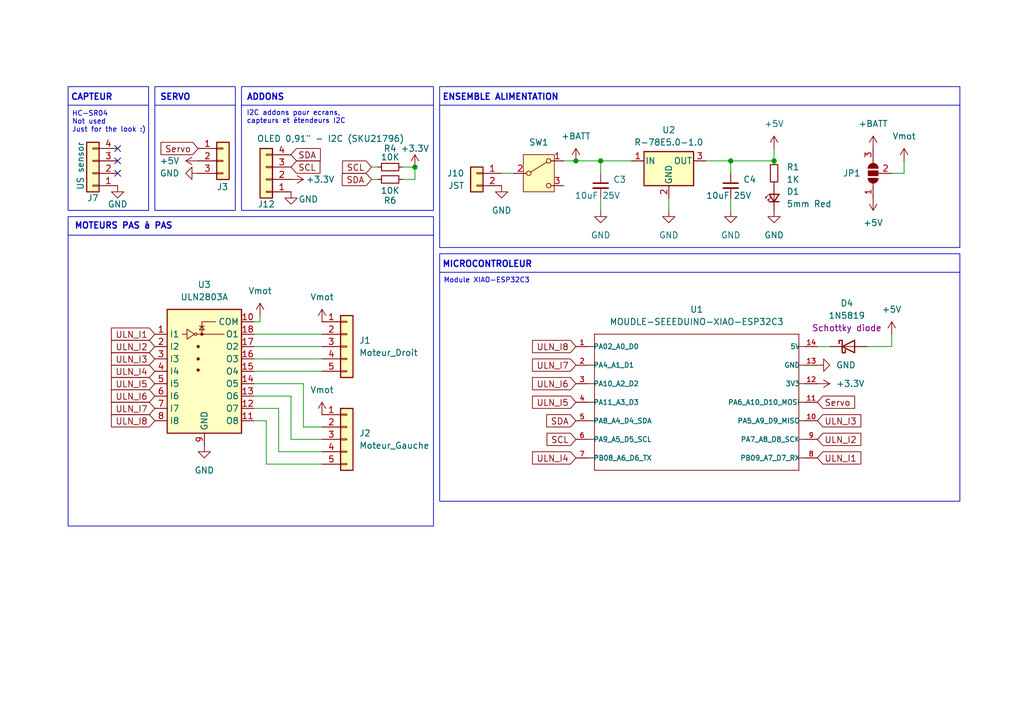
<source format=kicad_sch>
(kicad_sch (version 20250114) (generator "eeschema") (generator_version "9.0")
  (paper "A5")
  (title_block (title "PCB Otto Mks") (date "2025-01-21") (rev "1.0") (company "UniLaSalle Amiens - MakerSpace") (comment 1 "Adrien BRACQ - Remi LACOMBE") (comment 2 "https://makerspace-amiens.fr/otto-mks") (comment 3 "https://github.com/Makerspace-Amiens/otto-mks"))
  (lib_symbols
    (symbol "Connector_Generic:Conn_01x02" (pin_names (offset 1.016) (hide yes))
      (property "Reference" "J" (at 0 2.54 0))
      (property "Value" "Conn_01x02" (at 0 -5.08 0))
      (symbol "Conn_01x02_1_1"
        (rectangle (start -1.27 1.27) (end 1.27 -3.81) (stroke (width 0.254)) (fill (type background)))
        (rectangle (start -1.27 0.127) (end 0 -0.127) (stroke (width 0.1524)))
        (rectangle (start -1.27 -2.413) (end 0 -2.667) (stroke (width 0.1524)))
        (pin passive line (at -5.08 0 0) (length 3.81) (name "Pin_1") (number "1"))
        (pin passive line (at -5.08 -2.54 0) (length 3.81) (name "Pin_2") (number "2"))
      )
    )
    (symbol "Connector_Generic:Conn_01x03" (pin_names (offset 1.016) (hide yes))
      (property "Reference" "J" (at 0 5.08 0))
      (property "Value" "Conn_01x03" (at 0 -5.08 0))
      (symbol "Conn_01x03_1_1"
        (rectangle (start -1.27 3.81) (end 1.27 -3.81) (stroke (width 0.254)) (fill (type background)))
        (rectangle (start -1.27 2.667) (end 0 2.413) (stroke (width 0.1524)))
        (rectangle (start -1.27 0.127) (end 0 -0.127) (stroke (width 0.1524)))
        (rectangle (start -1.27 -2.413) (end 0 -2.667) (stroke (width 0.1524)))
        (pin passive line (at -5.08 2.54 0) (length 3.81) (name "Pin_1") (number "1"))
        (pin passive line (at -5.08 0 0) (length 3.81) (name "Pin_2") (number "2"))
        (pin passive line (at -5.08 -2.54 0) (length 3.81) (name "Pin_3") (number "3"))
      )
    )
    (symbol "Connector_Generic:Conn_01x04" (pin_names (offset 1.016) (hide yes))
      (property "Reference" "J" (at 0 5.08 0))
      (property "Value" "Conn_01x04" (at 0 -7.62 0))
      (symbol "Conn_01x04_1_1"
        (rectangle (start -1.27 3.81) (end 1.27 -6.35) (stroke (width 0.254)) (fill (type background)))
        (rectangle (start -1.27 2.667) (end 0 2.413) (stroke (width 0.1524)))
        (rectangle (start -1.27 0.127) (end 0 -0.127) (stroke (width 0.1524)))
        (rectangle (start -1.27 -2.413) (end 0 -2.667) (stroke (width 0.1524)))
        (rectangle (start -1.27 -4.953) (end 0 -5.207) (stroke (width 0.1524)))
        (pin passive line (at -5.08 2.54 0) (length 3.81) (name "Pin_1") (number "1"))
        (pin passive line (at -5.08 0 0) (length 3.81) (name "Pin_2") (number "2"))
        (pin passive line (at -5.08 -2.54 0) (length 3.81) (name "Pin_3") (number "3"))
        (pin passive line (at -5.08 -5.08 0) (length 3.81) (name "Pin_4") (number "4"))
      )
    )
    (symbol "Connector_Generic:Conn_01x05" (pin_names (offset 1.016) (hide yes))
      (property "Reference" "J" (at 0 7.62 0))
      (property "Value" "Conn_01x05" (at 0 -7.62 0))
      (symbol "Conn_01x05_1_1"
        (rectangle (start -1.27 6.35) (end 1.27 -6.35) (stroke (width 0.254)) (fill (type background)))
        (rectangle (start -1.27 5.207) (end 0 4.953) (stroke (width 0.1524)))
        (rectangle (start -1.27 2.667) (end 0 2.413) (stroke (width 0.1524)))
        (rectangle (start -1.27 0.127) (end 0 -0.127) (stroke (width 0.1524)))
        (rectangle (start -1.27 -2.413) (end 0 -2.667) (stroke (width 0.1524)))
        (rectangle (start -1.27 -4.953) (end 0 -5.207) (stroke (width 0.1524)))
        (pin passive line (at -5.08 5.08 0) (length 3.81) (name "Pin_1") (number "1"))
        (pin passive line (at -5.08 2.54 0) (length 3.81) (name "Pin_2") (number "2"))
        (pin passive line (at -5.08 0 0) (length 3.81) (name "Pin_3") (number "3"))
        (pin passive line (at -5.08 -2.54 0) (length 3.81) (name "Pin_4") (number "4"))
        (pin passive line (at -5.08 -5.08 0) (length 3.81) (name "Pin_5") (number "5"))
      )
    )
    (symbol "Device:C_Small" (pin_numbers (hide yes)) (pin_names (offset 0.254) (hide yes))
      (property "Reference" "C" (at 0.254 1.778 0))
      (property "Value" "C_Small" (at 0.254 -2.032 0))
      (symbol "C_Small_0_1"
        (polyline (pts (xy -1.524 0.508) (xy 1.524 0.508)) (stroke (width 0.3048)))
        (polyline (pts (xy -1.524 -0.508) (xy 1.524 -0.508)) (stroke (width 0.3302)))
      )
      (symbol "C_Small_1_1"
        (pin passive line (at 0 2.54 270) (length 2.032) (name "~") (number "1"))
        (pin passive line (at 0 -2.54 90) (length 2.032) (name "~") (number "2"))
      )
    )
    (symbol "Device:D_Schottky" (pin_numbers (hide yes)) (pin_names (offset 1.016) (hide yes))
      (property "Reference" "D" (at 0 2.54 0))
      (property "Value" "D_Schottky" (at 0 -2.54 0))
      (symbol "D_Schottky_0_1"
        (polyline (pts (xy -1.905 0.635) (xy -1.905 1.27) (xy -1.27 1.27) (xy -1.27 -1.27) (xy -0.635 -1.27) (xy -0.635 -0.635)) (stroke (width 0.254)))
        (polyline (pts (xy 1.27 1.27) (xy 1.27 -1.27) (xy -1.27 0) (xy 1.27 1.27)) (stroke (width 0.254)))
        (polyline (pts (xy 1.27 0) (xy -1.27 0)))
      )
      (symbol "D_Schottky_1_1"
        (pin passive line (at -3.81 0 0) (length 2.54) (name "K") (number "1"))
        (pin passive line (at 3.81 0 180) (length 2.54) (name "A") (number "2"))
      )
    )
    (symbol "Device:LED_Small" (pin_numbers (hide yes)) (pin_names (offset 0.254) (hide yes))
      (property "Reference" "D" (at -1.27 3.175 0))
      (property "Value" "LED_Small" (at -4.445 -2.54 0))
      (symbol "LED_Small_0_1"
        (polyline (pts (xy -0.762 -1.016) (xy -0.762 1.016)) (stroke (width 0.254)))
        (polyline (pts (xy 0 0.762) (xy -0.508 1.27) (xy -0.254 1.27) (xy -0.508 1.27) (xy -0.508 1.016)))
        (polyline (pts (xy 0.508 1.27) (xy 0 1.778) (xy 0.254 1.778) (xy 0 1.778) (xy 0 1.524)))
        (polyline (pts (xy 0.762 -1.016) (xy -0.762 0) (xy 0.762 1.016) (xy 0.762 -1.016)) (stroke (width 0.254)))
        (polyline (pts (xy 1.016 0) (xy -0.762 0)))
      )
      (symbol "LED_Small_1_1"
        (pin passive line (at -2.54 0 0) (length 1.778) (name "K") (number "1"))
        (pin passive line (at 2.54 0 180) (length 1.778) (name "A") (number "2"))
      )
    )
    (symbol "Device:R_Small" (pin_numbers (hide yes)) (pin_names (offset 0.254) (hide yes))
      (property "Reference" "R" (at 0.762 0.508 0))
      (property "Value" "R_Small" (at 0.762 -1.016 0))
      (symbol "R_Small_0_1"
        (rectangle (start -0.762 1.778) (end 0.762 -1.778) (stroke (width 0.2032)))
      )
      (symbol "R_Small_1_1"
        (pin passive line (at 0 2.54 270) (length 0.762) (name "~") (number "1"))
        (pin passive line (at 0 -2.54 90) (length 0.762) (name "~") (number "2"))
      )
    )
    (symbol "Jumper:SolderJumper_3_Open" (pin_names (offset 0) (hide yes)) (in_bom no)
      (property "Reference" "JP" (at -2.54 -2.54 0))
      (property "Value" "SolderJumper_3_Open" (at 0 2.794 0))
      (symbol "SolderJumper_3_Open_0_1"
        (polyline (pts (xy -2.54 0) (xy -2.032 0)))
        (polyline (pts (xy -1.016 1.016) (xy -1.016 -1.016)))
        (arc (start -1.016 -1.016) (mid -2.0276 0) (end -1.016 1.016))
        (arc (start -1.016 -1.016) (mid -2.0276 0) (end -1.016 1.016) (fill (type outline)))
        (rectangle (start -0.508 1.016) (end 0.508 -1.016) (fill (type outline)))
        (polyline (pts (xy 0 -1.27) (xy 0 -1.016)))
        (arc (start 1.016 1.016) (mid 2.0276 0) (end 1.016 -1.016))
        (arc (start 1.016 1.016) (mid 2.0276 0) (end 1.016 -1.016) (fill (type outline)))
        (polyline (pts (xy 1.016 1.016) (xy 1.016 -1.016)))
        (polyline (pts (xy 2.54 0) (xy 2.032 0)))
      )
      (symbol "SolderJumper_3_Open_1_1"
        (pin passive line (at -5.08 0 0) (length 2.54) (name "A") (number "1"))
        (pin passive line (at 0 -3.81 90) (length 2.54) (name "C") (number "2"))
        (pin passive line (at 5.08 0 180) (length 2.54) (name "B") (number "3"))
      )
    )
    (symbol "MOUDLE-SEEEDUINO-XIAO-ESP32C3:MOUDLE-SEEEDUINO-XIAO-ESP32C3" (pin_names (offset 1.016))
      (property "Reference" "U" (at -21.59 15.24 0))
      (property "Value" "MOUDLE-SEEEDUINO-XIAO-ESP32C3" (at -21.59 13.97 0))
      (symbol "MOUDLE-SEEEDUINO-XIAO-ESP32C3_0_0"
        (polyline (pts (xy -21.59 13.97) (xy 20.32 13.97)) (stroke (width 0.1524)))
        (polyline (pts (xy -21.59 11.43) (xy -22.86 11.43)) (stroke (width 0.1524)))
        (polyline (pts (xy -21.59 11.43) (xy -21.59 13.97)) (stroke (width 0.1524)))
        (polyline (pts (xy -21.59 7.62) (xy -22.86 7.62)) (stroke (width 0.1524)))
        (polyline (pts (xy -21.59 7.62) (xy -21.59 11.43)) (stroke (width 0.1524)))
        (polyline (pts (xy -21.59 3.81) (xy -22.86 3.81)) (stroke (width 0.1524)))
        (polyline (pts (xy -21.59 3.81) (xy -21.59 7.62)) (stroke (width 0.1524)))
        (polyline (pts (xy -21.59 0) (xy -22.86 0)) (stroke (width 0.1524)))
        (polyline (pts (xy -21.59 0) (xy -21.59 3.81)) (stroke (width 0.1524)))
        (polyline (pts (xy -21.59 -3.81) (xy -22.86 -3.81)) (stroke (width 0.1524)))
        (polyline (pts (xy -21.59 -7.62) (xy -22.86 -7.62)) (stroke (width 0.1524)))
        (polyline (pts (xy -21.59 -11.43) (xy -22.86 -11.43)) (stroke (width 0.1524)))
        (polyline (pts (xy -21.59 -13.97) (xy -21.59 0)) (stroke (width 0.1524)))
        (polyline (pts (xy 20.32 13.97) (xy 20.32 11.43)) (stroke (width 0.1524)))
        (polyline (pts (xy 20.32 11.43) (xy 20.32 7.62)) (stroke (width 0.1524)))
        (polyline (pts (xy 20.32 7.62) (xy 20.32 3.81)) (stroke (width 0.1524)))
        (polyline (pts (xy 20.32 3.81) (xy 20.32 -13.97)) (stroke (width 0.1524)))
        (polyline (pts (xy 20.32 -13.97) (xy -21.59 -13.97)) (stroke (width 0.1524)))
        (polyline (pts (xy 21.59 11.43) (xy 20.32 11.43)) (stroke (width 0.1524)))
        (polyline (pts (xy 21.59 7.62) (xy 20.32 7.62)) (stroke (width 0.1524)))
        (polyline (pts (xy 21.59 3.81) (xy 20.32 3.81)) (stroke (width 0.1524)))
        (polyline (pts (xy 21.59 0) (xy 20.32 0)) (stroke (width 0.1524)))
        (polyline (pts (xy 21.59 -3.81) (xy 20.32 -3.81)) (stroke (width 0.1524)))
        (polyline (pts (xy 21.59 -7.62) (xy 20.32 -7.62)) (stroke (width 0.1524)))
        (polyline (pts (xy 21.59 -11.43) (xy 20.32 -11.43)) (stroke (width 0.1524)))
        (pin bidirectional line (at -25.4 11.43 0) (length 2.54) (name "PA02_A0_D0") (number "1"))
        (pin bidirectional line (at -25.4 7.62 0) (length 2.54) (name "PA4_A1_D1") (number "2"))
        (pin bidirectional line (at -25.4 3.81 0) (length 2.54) (name "PA10_A2_D2") (number "3"))
        (pin bidirectional line (at -25.4 0 0) (length 2.54) (name "PA11_A3_D3") (number "4"))
        (pin bidirectional line (at -25.4 -3.81 0) (length 2.54) (name "PA8_A4_D4_SDA") (number "5"))
        (pin bidirectional line (at -25.4 -7.62 0) (length 2.54) (name "PA9_A5_D5_SCL") (number "6"))
        (pin bidirectional line (at -25.4 -11.43 0) (length 2.54) (name "PB08_A6_D6_TX") (number "7"))
        (pin bidirectional line (at 24.13 11.43 180) (length 2.54) (name "5V") (number "14"))
        (pin bidirectional line (at 24.13 7.62 180) (length 2.54) (name "GND") (number "13"))
        (pin bidirectional line (at 24.13 3.81 180) (length 2.54) (name "3V3") (number "12"))
        (pin bidirectional line (at 24.13 0 180) (length 2.54) (name "PA6_A10_D10_MOSI") (number "11"))
        (pin bidirectional line (at 24.13 -3.81 180) (length 2.54) (name "PA5_A9_D9_MISO") (number "10"))
        (pin bidirectional line (at 24.13 -7.62 180) (length 2.54) (name "PA7_A8_D8_SCK") (number "9"))
        (pin bidirectional line (at 24.13 -11.43 180) (length 2.54) (name "PB09_A7_D7_RX") (number "8"))
      )
    )
    (symbol "Regulator_Switching:R-78E5.0-1.0" (pin_names (offset 0.254))
      (property "Reference" "U" (at -3.81 3.175 0))
      (property "Value" "R-78E5.0-1.0" (at 0 3.175 0))
      (symbol "R-78E5.0-1.0_0_1"
        (rectangle (start -5.08 1.905) (end 5.08 -5.08) (stroke (width 0.254)) (fill (type background)))
      )
      (symbol "R-78E5.0-1.0_1_1"
        (pin power_in line (at -7.62 0 0) (length 2.54) (name "IN") (number "1"))
        (pin power_in line (at 0 -7.62 90) (length 2.54) (name "GND") (number "2"))
        (pin power_out line (at 7.62 0 180) (length 2.54) (name "OUT") (number "3"))
      )
    )
    (symbol "Switch:SW_SPDT" (pin_names (offset 0) (hide yes))
      (property "Reference" "SW" (at 0 5.08 0))
      (property "Value" "SW_SPDT" (at 0 -5.08 0))
      (symbol "SW_SPDT_0_1"
        (circle (center -2.032 0) (radius 0.4572))
        (polyline (pts (xy -1.651 0.254) (xy 1.651 2.286)))
        (circle (center 2.032 2.54) (radius 0.4572))
        (circle (center 2.032 -2.54) (radius 0.4572))
      )
      (symbol "SW_SPDT_1_1"
        (rectangle (start -3.175 3.81) (end 3.175 -3.81) (fill (type background)))
        (pin passive line (at -5.08 0 0) (length 2.54) (name "B") (number "2"))
        (pin passive line (at 5.08 2.54 180) (length 2.54) (name "A") (number "1"))
        (pin passive line (at 5.08 -2.54 180) (length 2.54) (name "C") (number "3"))
      )
    )
    (symbol "Transistor_Array:ULN2803A"
      (property "Reference" "U" (at 0 13.335 0))
      (property "Value" "ULN2803A" (at 0 11.43 0))
      (symbol "ULN2803A_0_1"
        (rectangle (start -7.62 -15.24) (end 7.62 10.16) (stroke (width 0.254)) (fill (type background)))
        (polyline (pts (xy -4.572 5.08) (xy -3.556 5.08)))
        (polyline (pts (xy -3.556 6.096) (xy -3.556 4.064) (xy -2.032 5.08) (xy -3.556 6.096)))
        (circle (center -1.778 5.08) (radius 0.254))
        (polyline (pts (xy -1.524 5.08) (xy 4.064 5.08)))
        (circle (center -1.27 2.54) (radius 0.254) (fill (type outline)))
        (circle (center -1.27 0) (radius 0.254) (fill (type outline)))
        (circle (center -1.27 -2.286) (radius 0.254) (fill (type outline)))
        (circle (center -0.508 5.08) (radius 0.254) (fill (type outline)))
        (polyline (pts (xy -0.508 5.08) (xy -0.508 7.62) (xy 2.286 7.62)))
        (polyline (pts (xy 0 6.731) (xy -1.016 6.731)))
        (polyline (pts (xy 0 5.969) (xy -1.016 5.969) (xy -0.508 6.731) (xy 0 5.969)))
      )
      (symbol "ULN2803A_1_1"
        (pin input line (at -10.16 5.08 0) (length 2.54) (name "I1") (number "1"))
        (pin input line (at -10.16 2.54 0) (length 2.54) (name "I2") (number "2"))
        (pin input line (at -10.16 0 0) (length 2.54) (name "I3") (number "3"))
        (pin input line (at -10.16 -2.54 0) (length 2.54) (name "I4") (number "4"))
        (pin input line (at -10.16 -5.08 0) (length 2.54) (name "I5") (number "5"))
        (pin input line (at -10.16 -7.62 0) (length 2.54) (name "I6") (number "6"))
        (pin input line (at -10.16 -10.16 0) (length 2.54) (name "I7") (number "7"))
        (pin input line (at -10.16 -12.7 0) (length 2.54) (name "I8") (number "8"))
        (pin power_in line (at 0 -17.78 90) (length 2.54) (name "GND") (number "9"))
        (pin passive line (at 10.16 7.62 180) (length 2.54) (name "COM") (number "10"))
        (pin open_collector line (at 10.16 5.08 180) (length 2.54) (name "O1") (number "18"))
        (pin open_collector line (at 10.16 2.54 180) (length 2.54) (name "O2") (number "17"))
        (pin open_collector line (at 10.16 0 180) (length 2.54) (name "O3") (number "16"))
        (pin open_collector line (at 10.16 -2.54 180) (length 2.54) (name "O4") (number "15"))
        (pin open_collector line (at 10.16 -5.08 180) (length 2.54) (name "O5") (number "14"))
        (pin open_collector line (at 10.16 -7.62 180) (length 2.54) (name "O6") (number "13"))
        (pin open_collector line (at 10.16 -10.16 180) (length 2.54) (name "O7") (number "12"))
        (pin open_collector line (at 10.16 -12.7 180) (length 2.54) (name "O8") (number "11"))
      )
    )
    (symbol "power:+3.3V" (power) (pin_numbers (hide yes)) (pin_names (offset 0) (hide yes))
      (property "Value" "+3.3V" (at 0 3.556 0))
      (symbol "+3.3V_0_1"
        (polyline (pts (xy -0.762 1.27) (xy 0 2.54)))
        (polyline (pts (xy 0 2.54) (xy 0.762 1.27)))
        (polyline (pts (xy 0 0) (xy 0 2.54)))
      )
      (symbol "+3.3V_1_1"
        (pin power_in line (at 0 0 90) (length 0) (name "~") (number "1"))
      )
    )
    (symbol "power:+5V" (power) (pin_numbers (hide yes)) (pin_names (offset 0) (hide yes))
      (property "Value" "+5V" (at 0 3.556 0))
      (symbol "+5V_0_1"
        (polyline (pts (xy -0.762 1.27) (xy 0 2.54)))
        (polyline (pts (xy 0 2.54) (xy 0.762 1.27)))
        (polyline (pts (xy 0 0) (xy 0 2.54)))
      )
      (symbol "+5V_1_1"
        (pin power_in line (at 0 0 90) (length 0) (name "~") (number "1"))
      )
    )
    (symbol "power:+BATT" (power) (pin_numbers (hide yes)) (pin_names (offset 0) (hide yes))
      (property "Value" "+BATT" (at 0 3.556 0))
      (symbol "+BATT_0_1"
        (polyline (pts (xy -0.762 1.27) (xy 0 2.54)))
        (polyline (pts (xy 0 2.54) (xy 0.762 1.27)))
        (polyline (pts (xy 0 0) (xy 0 2.54)))
      )
      (symbol "+BATT_1_1"
        (pin power_in line (at 0 0 90) (length 0) (name "~") (number "1"))
      )
    )
    (symbol "power:GND" (power) (pin_numbers (hide yes)) (pin_names (offset 0) (hide yes))
      (property "Value" "GND" (at 0 -3.81 0))
      (symbol "GND_0_1"
        (polyline (pts (xy 0 0) (xy 0 -1.27) (xy 1.27 -1.27) (xy 0 -2.54) (xy -1.27 -1.27) (xy 0 -1.27)))
      )
      (symbol "GND_1_1"
        (pin power_in line (at 0 0 270) (length 0) (name "~") (number "1"))
      )
    )
    (symbol "power:VDC" (power) (pin_numbers (hide yes)) (pin_names (offset 0) (hide yes))
      (property "Value" "VDC" (at 0 3.556 0))
      (symbol "VDC_0_1"
        (polyline (pts (xy -0.762 1.27) (xy 0 2.54)))
        (polyline (pts (xy 0 2.54) (xy 0.762 1.27)))
        (polyline (pts (xy 0 0) (xy 0 2.54)))
      )
      (symbol "VDC_1_1"
        (pin power_in line (at 0 0 90) (length 0) (name "~") (number "1"))
      )
    )
  )
  (rectangle (start 49.53 17.78) (end 88.9 43.18))
  (rectangle (start 31.75 17.78) (end 48.26 43.18))
  (rectangle (start 90.17 52.07) (end 196.85 102.87))
  (rectangle (start 13.97 17.78) (end 30.48 43.18))
  (rectangle (start 90.17 17.78) (end 196.85 50.8))
  (rectangle (start 13.97 44.45) (end 88.9 107.95))
  (text "HC-SR04\nNot used\nJust for the look :)" (at 14.732 22.86 0) (effects (font (size 1.016 1.016)) (justify left top)))
  (text "CAPTEUR" (at 14.478 20.066 0) (effects (font (size 1.27 1.27) (thickness 0.254) (bold yes)) (justify left)))
  (text "MOTEURS PAS à PAS" (at 15.24 46.482 0) (effects (font (size 1.27 1.27) (thickness 0.254) (bold yes)) (justify left)))
  (text "ADDONS" (at 50.546 20.066 0) (effects (font (size 1.27 1.27) (thickness 0.254) (bold yes)) (justify left)))
  (text "ENSEMBLE ALIMENTATION" (at 90.678 20.066 0) (effects (font (size 1.27 1.27) (thickness 0.254) (bold yes)) (justify left)))
  (text "SERVO" (at 32.766 20.066 0) (effects (font (size 1.27 1.27) (thickness 0.254) (bold yes)) (justify left)))
  (text "Module XIAO-ESP32C3" (at 90.932 57.658 0) (effects (font (size 1.016 1.016)) (justify left)))
  (text "I2C addons pour ecrans, \ncapteurs et étendeurs I2C" (at 50.546 24.13 0) (effects (font (size 1.016 1.016)) (justify left)))
  (text "MICROCONTROLEUR" (at 90.678 54.356 0) (effects (font (size 1.27 1.27) (thickness 0.254) (bold yes)) (justify left)))
  (junction (at 123.19 33.02))
  (junction (at 118.11 33.02))
  (junction (at 85.09 34.29))
  (junction (at 149.86 33.02))
  (junction (at 158.75 33.02))
  (no_connect (at 24.13 35.56))
  (no_connect (at 24.13 33.02))
  (no_connect (at 24.13 30.48))
  (wire (pts (xy 52.07 68.58) (xy 66.04 68.58)))
  (wire (pts (xy 54.61 86.36) (xy 54.61 95.25)))
  (wire (pts (xy 76.2 34.29) (xy 77.47 34.29)))
  (wire (pts (xy 85.09 36.83) (xy 85.09 34.29)))
  (wire (pts (xy 123.19 40.64) (xy 123.19 43.18)))
  (polyline (pts (xy 90.17 55.88) (xy 196.85 55.88)))
  (wire (pts (xy 182.88 71.12) (xy 182.88 68.58)))
  (wire (pts (xy 167.64 71.12) (xy 170.18 71.12)))
  (wire (pts (xy 62.23 87.63) (xy 66.04 87.63)))
  (wire (pts (xy 123.19 33.02) (xy 123.19 35.56)))
  (wire (pts (xy 52.07 73.66) (xy 66.04 73.66)))
  (wire (pts (xy 52.07 86.36) (xy 54.61 86.36)))
  (wire (pts (xy 115.57 33.02) (xy 118.11 33.02)))
  (wire (pts (xy 182.88 35.56) (xy 185.42 35.56)))
  (wire (pts (xy 123.19 33.02) (xy 129.54 33.02)))
  (wire (pts (xy 66.04 90.17) (xy 59.69 90.17)))
  (wire (pts (xy 137.16 43.18) (xy 137.16 40.64)))
  (polyline (pts (xy 90.17 21.59) (xy 196.85 21.59)))
  (wire (pts (xy 118.11 33.02) (xy 123.19 33.02)))
  (wire (pts (xy 158.75 30.48) (xy 158.75 33.02)))
  (wire (pts (xy 52.07 76.2) (xy 66.04 76.2)))
  (wire (pts (xy 144.78 33.02) (xy 149.86 33.02)))
  (polyline (pts (xy 31.75 21.59) (xy 48.26 21.59)))
  (wire (pts (xy 177.8 71.12) (xy 182.88 71.12)))
  (wire (pts (xy 82.55 36.83) (xy 85.09 36.83)))
  (wire (pts (xy 52.07 83.82) (xy 57.15 83.82)))
  (wire (pts (xy 102.87 35.56) (xy 105.41 35.56)))
  (wire (pts (xy 57.15 92.71) (xy 66.04 92.71)))
  (polyline (pts (xy 13.97 21.59) (xy 30.48 21.59)))
  (wire (pts (xy 52.07 78.74) (xy 62.23 78.74)))
  (wire (pts (xy 59.69 81.28) (xy 52.07 81.28)))
  (wire (pts (xy 52.07 71.12) (xy 66.04 71.12)))
  (wire (pts (xy 149.86 33.02) (xy 158.75 33.02)))
  (wire (pts (xy 62.23 78.74) (xy 62.23 87.63)))
  (polyline (pts (xy 13.97 48.26) (xy 88.9 48.26)))
  (wire (pts (xy 52.07 66.04) (xy 53.34 66.04)))
  (wire (pts (xy 76.2 36.83) (xy 77.47 36.83)))
  (wire (pts (xy 85.09 34.29) (xy 82.55 34.29)))
  (wire (pts (xy 53.34 66.04) (xy 53.34 64.77)))
  (polyline (pts (xy 49.53 21.59) (xy 88.9 21.59)))
  (wire (pts (xy 57.15 83.82) (xy 57.15 92.71)))
  (wire (pts (xy 59.69 90.17) (xy 59.69 81.28)))
  (wire (pts (xy 185.42 35.56) (xy 185.42 33.02)))
  (wire (pts (xy 149.86 33.02) (xy 149.86 35.56)))
  (wire (pts (xy 149.86 40.64) (xy 149.86 43.18)))
  (wire (pts (xy 54.61 95.25) (xy 66.04 95.25)))
  (global_label "ULN_I5" (shape input) (at 31.75 78.74 180) (property "Intersheetrefs" "${INTERSHEET_REFS}" (effects (hide yes))))
  (global_label "ULN_I2" (shape input) (at 167.64 90.17 0) (property "Intersheetrefs" "${INTERSHEET_REFS}" (effects (hide yes))))
  (global_label "Servo" (shape input) (at 40.64 30.48 180) (property "Intersheetrefs" "${INTERSHEET_REFS}" (effects (hide yes))))
  (global_label "ULN_I5" (shape input) (at 118.11 82.55 180) (property "Intersheetrefs" "${INTERSHEET_REFS}" (effects (hide yes))))
  (global_label "SCL" (shape input) (at 59.69 34.29 0) (property "Intersheetrefs" "${INTERSHEET_REFS}" (effects (hide yes))))
  (global_label "ULN_I8" (shape input) (at 118.11 71.12 180) (property "Intersheetrefs" "${INTERSHEET_REFS}" (effects (hide yes))))
  (global_label "ULN_I6" (shape input) (at 31.75 81.28 180) (property "Intersheetrefs" "${INTERSHEET_REFS}" (effects (hide yes))))
  (global_label "ULN_I7" (shape input) (at 31.75 83.82 180) (property "Intersheetrefs" "${INTERSHEET_REFS}" (effects (hide yes))))
  (global_label "ULN_I1" (shape input) (at 167.64 93.98 0) (property "Intersheetrefs" "${INTERSHEET_REFS}" (effects (hide yes))))
  (global_label "ULN_I7" (shape input) (at 118.11 74.93 180) (property "Intersheetrefs" "${INTERSHEET_REFS}" (effects (hide yes))))
  (global_label "Servo" (shape input) (at 167.64 82.55 0) (property "Intersheetrefs" "${INTERSHEET_REFS}" (effects (hide yes))))
  (global_label "ULN_I4" (shape input) (at 118.11 93.98 180) (property "Intersheetrefs" "${INTERSHEET_REFS}" (effects (hide yes))))
  (global_label "ULN_I8" (shape input) (at 31.75 86.36 180) (property "Intersheetrefs" "${INTERSHEET_REFS}" (effects (hide yes))))
  (global_label "ULN_I2" (shape input) (at 31.75 71.12 180) (property "Intersheetrefs" "${INTERSHEET_REFS}" (effects (hide yes))))
  (global_label "SDA" (shape input) (at 76.2 36.83 180) (property "Intersheetrefs" "${INTERSHEET_REFS}" (effects (hide yes))))
  (global_label "SCL" (shape input) (at 76.2 34.29 180) (property "Intersheetrefs" "${INTERSHEET_REFS}" (effects (hide yes))))
  (global_label "ULN_I3" (shape input) (at 31.75 73.66 180) (property "Intersheetrefs" "${INTERSHEET_REFS}" (effects (hide yes))))
  (global_label "SDA" (shape input) (at 118.11 86.36 180) (property "Intersheetrefs" "${INTERSHEET_REFS}" (effects (hide yes))))
  (global_label "ULN_I6" (shape input) (at 118.11 78.74 180) (property "Intersheetrefs" "${INTERSHEET_REFS}" (effects (hide yes))))
  (global_label "SDA" (shape input) (at 59.69 31.75 0) (property "Intersheetrefs" "${INTERSHEET_REFS}" (effects (hide yes))))
  (global_label "ULN_I1" (shape input) (at 31.75 68.58 180) (property "Intersheetrefs" "${INTERSHEET_REFS}" (effects (hide yes))))
  (global_label "ULN_I3" (shape input) (at 167.64 86.36 0) (property "Intersheetrefs" "${INTERSHEET_REFS}" (effects (hide yes))))
  (global_label "SCL" (shape input) (at 118.11 90.17 180) (property "Intersheetrefs" "${INTERSHEET_REFS}" (effects (hide yes))))
  (global_label "ULN_I4" (shape input) (at 31.75 76.2 180) (property "Intersheetrefs" "${INTERSHEET_REFS}" (effects (hide yes))))
  (symbol (lib_id "power:GND") (at 59.69 39.37 0) (unit 1)
    (property "Reference" "#PWR032" (effects (hide yes)))
    (property "Value" "GND" (at 63.246 40.894 0))
    (property "Description" "Power symbol creates a global label with name \"GND\" , ground" (effects (hide yes)))
  )
  (symbol (lib_id "power:GND") (at 167.64 74.93 90) (unit 1)
    (property "Reference" "#PWR05" (effects (hide yes)))
    (property "Value" "GND" (at 171.45 74.9299 90) (effects (justify right)))
    (property "Description" "Power symbol creates a global label with name \"GND\" , ground" (effects (hide yes)))
  )
  (symbol (lib_id "power:+3.3V") (at 59.69 36.83 270) (unit 1)
    (property "Reference" "#PWR031" (effects (hide yes)))
    (property "Value" "+3.3V" (at 62.738 36.83 90) (effects (justify left)))
    (property "Description" "Power symbol creates a global label with name \"+3.3V\"" (effects (hide yes)))
  )
  (symbol (lib_id "power:GND") (at 40.64 35.56 270) (unit 1)
    (property "Reference" "#PWR08" (effects (hide yes)))
    (property "Value" "GND" (at 36.83 35.5599 90) (effects (justify right)))
    (property "Description" "Power symbol creates a global label with name \"GND\" , ground" (effects (hide yes)))
  )
  (symbol (lib_id "Transistor_Array:ULN2803A") (at 41.91 73.66 0) (unit 1)
    (property "Reference" "U3" (at 41.91 58.42 0))
    (property "Value" "ULN2803A" (at 41.91 60.96 0))
    (property "Footprint" "Package_DIP:DIP-18_W7.62mm_Socket_LongPads" (effects (hide yes)))
    (property "Datasheet" "http://www.ti.com/lit/ds/symlink/uln2803a.pdf" (effects (hide yes)))
    (property "Description" "Darlington Transistor Arrays, SOIC18/DIP18" (effects (hide yes)))
  )
  (symbol (lib_id "power:GND") (at 137.16 43.18 0) (unit 1)
    (property "Reference" "#PWR03" (effects (hide yes)))
    (property "Value" "GND" (at 137.16 48.26 0))
    (property "Description" "Power symbol creates a global label with name \"GND\" , ground" (effects (hide yes)))
  )
  (symbol (lib_id "Regulator_Switching:R-78E5.0-1.0") (at 137.16 33.02 0) (unit 1)
    (property "Reference" "U2" (at 137.16 26.67 0))
    (property "Value" "R-78E5.0-1.0" (at 137.16 29.21 0))
    (property "Footprint" "Converter_DCDC:Converter_DCDC_RECOM_R-78E-0.5_THT" (effects (hide yes)))
    (property "Datasheet" "https://www.recom-power.com/pdf/Innoline/R-78Exx-1.0.pdf" (effects (hide yes)))
    (property "Description" "1A Step-Down DC/DC-Regulator, 7-28V input, 5V fixed Output Voltage, LM78xx replacement, -40°C to +85°C, SIP3" (effects (hide yes)))
  )
  (symbol (lib_id "Jumper:SolderJumper_3_Open") (at 179.07 35.56 90) (unit 1) (in_bom no)
    (property "Reference" "JP1" (at 176.53 35.5599 90) (effects (justify left)))
    (property "Value" "SolderJumper_3_Open" (effects (hide yes)))
    (property "Footprint" "Jumper:SolderJumper-3_P2.0mm_Open_TrianglePad1.0x1.5mm" (effects (hide yes)))
    (property "Description" "Solder Jumper, 3-pole, open" (effects (hide yes)))
  )
  (symbol (lib_id "Device:R_Small") (at 158.75 35.56 0) (unit 1)
    (property "Reference" "R1" (at 161.29 34.2899 0) (effects (justify left)))
    (property "Value" "1K" (at 161.29 36.8299 0) (effects (justify left)))
    (property "Footprint" "Resistor_THT:R_Axial_DIN0207_L6.3mm_D2.5mm_P10.16mm_Horizontal" (effects (hide yes)))
    (property "Description" "Resistor, small symbol" (effects (hide yes)))
  )
  (symbol (lib_id "power:+3.3V") (at 85.09 34.29 0) (unit 1)
    (property "Reference" "#PWR036" (effects (hide yes)))
    (property "Value" "+3.3V" (at 85.09 30.48 0))
    (property "Description" "Power symbol creates a global label with name \"+3.3V\"" (effects (hide yes)))
  )
  (symbol (lib_id "power:+5V") (at 182.88 68.58 0) (unit 1)
    (property "Reference" "#PWR04" (effects (hide yes)))
    (property "Value" "+5V" (at 182.88 63.5 0))
    (property "Description" "Power symbol creates a global label with name \"+5V\"" (effects (hide yes)))
  )
  (symbol (lib_id "power:+5V") (at 40.64 33.02 90) (unit 1)
    (property "Reference" "#PWR07" (effects (hide yes)))
    (property "Value" "+5V" (at 36.83 33.0199 90) (effects (justify left)))
    (property "Description" "Power symbol creates a global label with name \"+5V\"" (effects (hide yes)))
  )
  (symbol (lib_id "Connector_Generic:Conn_01x05") (at 71.12 90.17 0) (unit 1)
    (property "Reference" "J2" (at 73.66 88.8999 0) (effects (justify left)))
    (property "Value" "Moteur_Gauche" (at 73.66 91.4399 0) (effects (justify left)))
    (property "Footprint" "Connector_JST:JST_XH_B5B-XH-A_1x05_P2.50mm_Vertical" (effects (hide yes)))
    (property "Description" "Generic connector, single row, 01x05, script generated (kicad-library-utils/schlib/autogen/connector/)" (effects (hide yes)))
  )
  (symbol (lib_id "power:+5V") (at 179.07 40.64 180) (unit 1)
    (property "Reference" "#PWR09" (effects (hide yes)))
    (property "Value" "+5V" (at 179.07 45.72 0))
    (property "Description" "Power symbol creates a global label with name \"+5V\"" (effects (hide yes)))
  )
  (symbol (lib_id "power:GND") (at 149.86 43.18 0) (unit 1)
    (property "Reference" "#PWR042" (effects (hide yes)))
    (property "Value" "GND" (at 149.86 48.26 0))
    (property "Description" "Power symbol creates a global label with name \"GND\" , ground" (effects (hide yes)))
  )
  (symbol (lib_id "power:VDC") (at 53.34 64.77 0) (unit 1)
    (property "Reference" "#PWR013" (effects (hide yes)))
    (property "Value" "Vmot" (at 53.34 59.69 0))
    (property "Description" "Power symbol creates a global label with name \"VDC\"" (effects (hide yes)))
  )
  (symbol (lib_id "power:+BATT") (at 118.11 33.02 0) (unit 1)
    (property "Reference" "#PWR010" (effects (hide yes)))
    (property "Value" "+BATT" (at 118.11 27.94 0))
    (property "Description" "Power symbol creates a global label with name \"+BATT\"" (effects (hide yes)))
  )
  (symbol (lib_id "Connector_Generic:Conn_01x04") (at 54.61 36.83 180) (unit 1)
    (property "Reference" "J12" (at 54.61 41.91 0))
    (property "Value" "OLED 0,91\" - I2C (SKU21796)" (at 67.818 28.448 0))
    (property "Footprint" "Connector_PinSocket_2.54mm:PinSocket_1x04_P2.54mm_Vertical" (effects (hide yes)))
    (property "Datasheet" "https://www.gotronic.fr/art-afficheur-oled-0-91-sku21796-35038.htm" (effects (hide yes)))
    (property "Description" "Generic connector, single row, 01x04, script generated (kicad-library-utils/schlib/autogen/connector/)" (effects (hide yes)))
  )
  (symbol (lib_id "Device:R_Small") (at 80.01 34.29 270) (unit 1)
    (property "Reference" "R4" (at 80.01 30.48 90))
    (property "Value" "10K" (at 80.01 32.258 90))
    (property "Footprint" "Resistor_SMD:R_1206_3216Metric_Pad1.30x1.75mm_HandSolder" (effects (hide yes)))
    (property "Description" "Resistor, small symbol" (effects (hide yes)))
  )
  (symbol (lib_id "Connector_Generic:Conn_01x02") (at 97.79 35.56 0) (mirror y) (unit 1)
    (property "Reference" "J10" (at 95.25 35.5599 0) (effects (justify left)))
    (property "Value" "JST" (at 95.25 38.0999 0) (effects (justify left)))
    (property "Footprint" "Connector_Molex:Molex_KK-254_AE-6410-02A_1x02_P2.54mm_Vertical" (effects (hide yes)))
    (property "Description" "Generic connector, single row, 01x02, script generated (kicad-library-utils/schlib/autogen/connector/)" (effects (hide yes)))
  )
  (symbol (lib_id "power:VDC") (at 66.04 85.09 0) (unit 1)
    (property "Reference" "#PWR015" (effects (hide yes)))
    (property "Value" "Vmot" (at 66.04 80.01 0))
    (property "Description" "Power symbol creates a global label with name \"VDC\"" (effects (hide yes)))
  )
  (symbol (lib_id "Device:LED_Small") (at 158.75 40.64 90) (unit 1)
    (property "Reference" "D1" (at 161.29 39.3064 90) (effects (justify right)))
    (property "Value" "5mm Red" (at 161.29 41.8464 90) (effects (justify right)))
    (property "Footprint" "LED_THT:LED_D5.0mm" (effects (hide yes)))
    (property "Description" "Light emitting diode, small symbol" (effects (hide yes)))
  )
  (symbol (lib_id "Device:C_Small") (at 123.19 38.1 0) (unit 1)
    (property "Reference" "C3" (at 125.73 36.8362 0) (effects (justify left)))
    (property "Value" "10uF 25V" (at 117.856 40.132 0) (effects (justify left)))
    (property "Footprint" "Capacitor_THT:C_Disc_D6.0mm_W2.5mm_P5.00mm" (effects (hide yes)))
    (property "Description" "Unpolarized capacitor, small symbol" (effects (hide yes)))
  )
  (symbol (lib_id "Device:C_Small") (at 149.86 38.1 0) (unit 1)
    (property "Reference" "C4" (at 152.4 36.8362 0) (effects (justify left)))
    (property "Value" "10uF 25V" (at 144.78 40.132 0) (effects (justify left)))
    (property "Footprint" "Capacitor_THT:C_Disc_D6.0mm_W2.5mm_P5.00mm" (effects (hide yes)))
    (property "Description" "Unpolarized capacitor, small symbol" (effects (hide yes)))
  )
  (symbol (lib_id "power:+3.3V") (at 167.64 78.74 270) (unit 1)
    (property "Reference" "#PWR025" (effects (hide yes)))
    (property "Value" "+3.3V" (at 171.45 78.7399 90) (effects (justify left)))
    (property "Description" "Power symbol creates a global label with name \"+3.3V\"" (effects (hide yes)))
  )
  (symbol (lib_id "power:GND") (at 158.75 43.18 0) (unit 1)
    (property "Reference" "#PWR06" (effects (hide yes)))
    (property "Value" "GND" (at 158.75 48.26 0))
    (property "Description" "Power symbol creates a global label with name \"GND\" , ground" (effects (hide yes)))
  )
  (symbol (lib_id "power:+BATT") (at 179.07 30.48 0) (unit 1)
    (property "Reference" "#PWR011" (effects (hide yes)))
    (property "Value" "+BATT" (at 179.07 25.4 0))
    (property "Description" "Power symbol creates a global label with name \"+BATT\"" (effects (hide yes)))
  )
  (symbol (lib_id "Connector_Generic:Conn_01x03") (at 45.72 33.02 0) (unit 1)
    (property "Reference" "J3" (at 44.45 38.354 0) (effects (justify left)))
    (property "Value" "Servo" (effects (hide yes)))
    (property "Footprint" "Connector_PinHeader_2.54mm:PinHeader_1x03_P2.54mm_Vertical" (effects (hide yes)))
    (property "Description" "Generic connector, single row, 01x03, script generated (kicad-library-utils/schlib/autogen/connector/)" (effects (hide yes)))
  )
  (symbol (lib_id "Switch:SW_SPDT") (at 110.49 35.56 0) (unit 1)
    (property "Reference" "SW1" (at 110.49 29.21 0))
    (property "Value" "SW_SPDT" (effects (hide yes)))
    (property "Footprint" "100SP1T1B4M2QE:SW_100SP1T1B4M2QE" (effects (hide yes)))
    (property "Description" "Switch, single pole double throw" (effects (hide yes)))
  )
  (symbol (lib_id "MOUDLE-SEEEDUINO-XIAO-ESP32C3:MOUDLE-SEEEDUINO-XIAO-ESP32C3") (at 143.51 82.55 0) (unit 1)
    (property "Reference" "U1" (at 142.875 63.5 0))
    (property "Value" "MOUDLE-SEEEDUINO-XIAO-ESP32C3" (at 142.875 66.04 0))
    (property "Footprint" "Seeed Studio XIAO Series Library:XIAO-ESP32C3-DIP" (effects (hide yes)))
  )
  (symbol (lib_id "Connector_Generic:Conn_01x04") (at 19.05 35.56 180) (unit 1)
    (property "Reference" "J7" (at 19.05 40.64 0))
    (property "Value" "US sensor" (at 16.51 34.036 90))
    (property "Footprint" "Connector_PinSocket_2.54mm:PinSocket_1x04_P2.54mm_Vertical" (effects (hide yes)))
    (property "Description" "Generic connector, single row, 01x04, script generated (kicad-library-utils/schlib/autogen/connector/)" (effects (hide yes)))
  )
  (symbol (lib_id "Connector_Generic:Conn_01x05") (at 71.12 71.12 0) (unit 1)
    (property "Reference" "J1" (at 73.66 69.8499 0) (effects (justify left)))
    (property "Value" "Moteur_Droit" (at 73.66 72.3899 0) (effects (justify left)))
    (property "Footprint" "Connector_JST:JST_XH_B5B-XH-A_1x05_P2.50mm_Vertical" (effects (hide yes)))
    (property "Description" "Generic connector, single row, 01x05, script generated (kicad-library-utils/schlib/autogen/connector/)" (effects (hide yes)))
  )
  (symbol (lib_id "power:GND") (at 102.87 38.1 0) (unit 1)
    (property "Reference" "#PWR029" (effects (hide yes)))
    (property "Value" "GND" (at 102.87 43.18 0))
    (property "Description" "Power symbol creates a global label with name \"GND\" , ground" (effects (hide yes)))
  )
  (symbol (lib_id "power:+5V") (at 158.75 30.48 0) (unit 1)
    (property "Reference" "#PWR01" (effects (hide yes)))
    (property "Value" "+5V" (at 158.75 25.4 0))
    (property "Description" "Power symbol creates a global label with name \"+5V\"" (effects (hide yes)))
  )
  (symbol (lib_id "Device:D_Schottky") (at 173.99 71.12 0) (unit 1)
    (property "Reference" "D4" (at 173.6725 62.23 0))
    (property "Value" "1N5819" (at 173.6725 64.77 0))
    (property "Footprint" "Diode_THT:D_A-405_P7.62mm_Horizontal" (effects (hide yes)))
    (property "Description" "Schottky diode" (at 173.6725 67.31 0))
  )
  (symbol (lib_id "Device:R_Small") (at 80.01 36.83 270) (unit 1)
    (property "Reference" "R6" (at 80.01 41.148 90))
    (property "Value" "10K" (at 80.01 39.116 90))
    (property "Footprint" "Resistor_SMD:R_1206_3216Metric_Pad1.30x1.75mm_HandSolder" (effects (hide yes)))
    (property "Description" "Resistor, small symbol" (effects (hide yes)))
  )
  (symbol (lib_id "power:VDC") (at 66.04 66.04 0) (unit 1)
    (property "Reference" "#PWR014" (effects (hide yes)))
    (property "Value" "Vmot" (at 66.04 60.96 0))
    (property "Description" "Power symbol creates a global label with name \"VDC\"" (effects (hide yes)))
  )
  (symbol (lib_id "power:GND") (at 24.13 38.1 0) (unit 1)
    (property "Reference" "#PWR022" (effects (hide yes)))
    (property "Value" "GND" (at 24.13 41.91 0))
    (property "Description" "Power symbol creates a global label with name \"GND\" , ground" (effects (hide yes)))
  )
  (symbol (lib_id "power:VDC") (at 185.42 33.02 0) (unit 1)
    (property "Reference" "#PWR012" (effects (hide yes)))
    (property "Value" "Vmot" (at 185.42 27.94 0))
    (property "Description" "Power symbol creates a global label with name \"VDC\"" (effects (hide yes)))
  )
  (symbol (lib_id "power:GND") (at 41.91 91.44 0) (unit 1)
    (property "Reference" "#PWR02" (effects (hide yes)))
    (property "Value" "GND" (at 41.91 96.52 0))
    (property "Description" "Power symbol creates a global label with name \"GND\" , ground" (effects (hide yes)))
  )
  (symbol (lib_id "power:GND") (at 123.19 43.18 0) (unit 1)
    (property "Reference" "#PWR035" (effects (hide yes)))
    (property "Value" "GND" (at 123.19 48.26 0))
    (property "Description" "Power symbol creates a global label with name \"GND\" , ground" (effects (hide yes)))
  )
)
</source>
